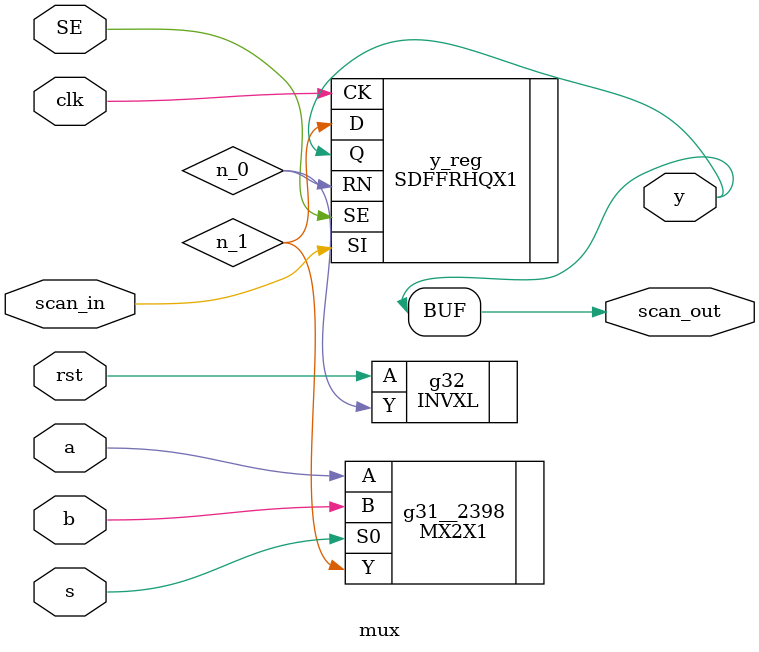
<source format=v>


// Verification Directory fv/mux 

module mux(a, b, s, clk, rst, y, SE, scan_in, scan_out);
  input a, b, s, clk, rst, SE, scan_in;
  output y, scan_out;
  wire a, b, s, clk, rst, SE, scan_in;
  wire y, scan_out;
  wire n_0, n_1;
  assign scan_out = y;
  SDFFRHQX1 y_reg(.RN (n_0), .CK (clk), .D (n_1), .SI (scan_in), .SE
       (SE), .Q (y));
  MX2X1 g31__2398(.A (a), .B (b), .S0 (s), .Y (n_1));
  INVXL g32(.A (rst), .Y (n_0));
endmodule


</source>
